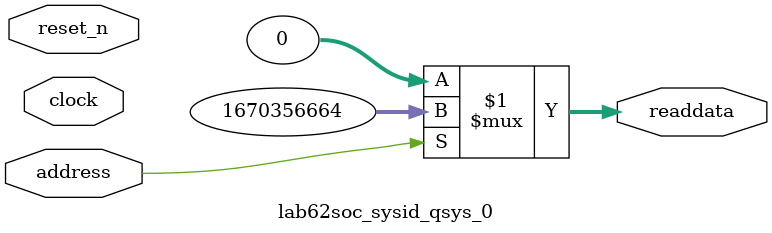
<source format=v>



// synthesis translate_off
`timescale 1ns / 1ps
// synthesis translate_on

// turn off superfluous verilog processor warnings 
// altera message_level Level1 
// altera message_off 10034 10035 10036 10037 10230 10240 10030 

module lab62soc_sysid_qsys_0 (
               // inputs:
                address,
                clock,
                reset_n,

               // outputs:
                readdata
             )
;

  output  [ 31: 0] readdata;
  input            address;
  input            clock;
  input            reset_n;

  wire    [ 31: 0] readdata;
  //control_slave, which is an e_avalon_slave
  assign readdata = address ? 1670356664 : 0;

endmodule



</source>
